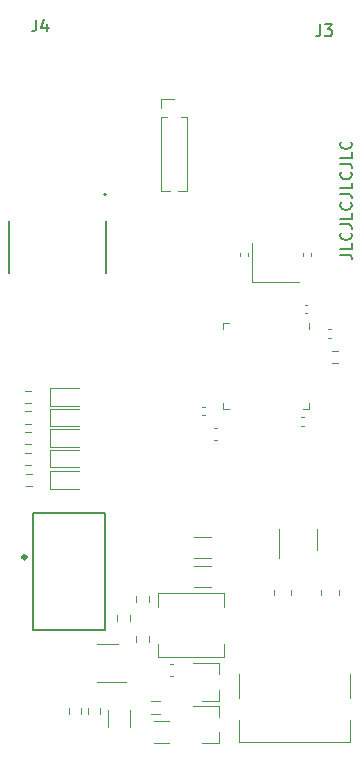
<source format=gbr>
%TF.GenerationSoftware,KiCad,Pcbnew,(5.1.10)-1*%
%TF.CreationDate,2021-05-11T23:47:16-07:00*%
%TF.ProjectId,LinkMeBaby,4c696e6b-4d65-4426-9162-792e6b696361,rev?*%
%TF.SameCoordinates,Original*%
%TF.FileFunction,Legend,Top*%
%TF.FilePolarity,Positive*%
%FSLAX46Y46*%
G04 Gerber Fmt 4.6, Leading zero omitted, Abs format (unit mm)*
G04 Created by KiCad (PCBNEW (5.1.10)-1) date 2021-05-11 23:47:16*
%MOMM*%
%LPD*%
G01*
G04 APERTURE LIST*
%ADD10C,0.150000*%
%ADD11C,0.127000*%
%ADD12C,0.200000*%
%ADD13C,0.120000*%
%ADD14C,0.300000*%
G04 APERTURE END LIST*
D10*
X48302380Y-55944047D02*
X49016666Y-55944047D01*
X49159523Y-55991666D01*
X49254761Y-56086904D01*
X49302380Y-56229761D01*
X49302380Y-56325000D01*
X49302380Y-54991666D02*
X49302380Y-55467857D01*
X48302380Y-55467857D01*
X49207142Y-54086904D02*
X49254761Y-54134523D01*
X49302380Y-54277380D01*
X49302380Y-54372619D01*
X49254761Y-54515476D01*
X49159523Y-54610714D01*
X49064285Y-54658333D01*
X48873809Y-54705952D01*
X48730952Y-54705952D01*
X48540476Y-54658333D01*
X48445238Y-54610714D01*
X48350000Y-54515476D01*
X48302380Y-54372619D01*
X48302380Y-54277380D01*
X48350000Y-54134523D01*
X48397619Y-54086904D01*
X48302380Y-53372619D02*
X49016666Y-53372619D01*
X49159523Y-53420238D01*
X49254761Y-53515476D01*
X49302380Y-53658333D01*
X49302380Y-53753571D01*
X49302380Y-52420238D02*
X49302380Y-52896428D01*
X48302380Y-52896428D01*
X49207142Y-51515476D02*
X49254761Y-51563095D01*
X49302380Y-51705952D01*
X49302380Y-51801190D01*
X49254761Y-51944047D01*
X49159523Y-52039285D01*
X49064285Y-52086904D01*
X48873809Y-52134523D01*
X48730952Y-52134523D01*
X48540476Y-52086904D01*
X48445238Y-52039285D01*
X48350000Y-51944047D01*
X48302380Y-51801190D01*
X48302380Y-51705952D01*
X48350000Y-51563095D01*
X48397619Y-51515476D01*
X48302380Y-50801190D02*
X49016666Y-50801190D01*
X49159523Y-50848809D01*
X49254761Y-50944047D01*
X49302380Y-51086904D01*
X49302380Y-51182142D01*
X49302380Y-49848809D02*
X49302380Y-50325000D01*
X48302380Y-50325000D01*
X49207142Y-48944047D02*
X49254761Y-48991666D01*
X49302380Y-49134523D01*
X49302380Y-49229761D01*
X49254761Y-49372619D01*
X49159523Y-49467857D01*
X49064285Y-49515476D01*
X48873809Y-49563095D01*
X48730952Y-49563095D01*
X48540476Y-49515476D01*
X48445238Y-49467857D01*
X48350000Y-49372619D01*
X48302380Y-49229761D01*
X48302380Y-49134523D01*
X48350000Y-48991666D01*
X48397619Y-48944047D01*
X48302380Y-48229761D02*
X49016666Y-48229761D01*
X49159523Y-48277380D01*
X49254761Y-48372619D01*
X49302380Y-48515476D01*
X49302380Y-48610714D01*
X49302380Y-47277380D02*
X49302380Y-47753571D01*
X48302380Y-47753571D01*
X49207142Y-46372619D02*
X49254761Y-46420238D01*
X49302380Y-46563095D01*
X49302380Y-46658333D01*
X49254761Y-46801190D01*
X49159523Y-46896428D01*
X49064285Y-46944047D01*
X48873809Y-46991666D01*
X48730952Y-46991666D01*
X48540476Y-46944047D01*
X48445238Y-46896428D01*
X48350000Y-46801190D01*
X48302380Y-46658333D01*
X48302380Y-46563095D01*
X48350000Y-46420238D01*
X48397619Y-46372619D01*
D11*
%TO.C,U1*%
X20300000Y-53100000D02*
X20300000Y-57500000D01*
X28500000Y-53100000D02*
X28500000Y-57500000D01*
D12*
X28485000Y-50860000D02*
G75*
G03*
X28485000Y-50860000I-100000J0D01*
G01*
D13*
%TO.C,C3*%
X37865580Y-71660000D02*
X37584420Y-71660000D01*
X37865580Y-70640000D02*
X37584420Y-70640000D01*
%TO.C,C4*%
X47284165Y-62985000D02*
X47515835Y-62985000D01*
X47284165Y-62265000D02*
X47515835Y-62265000D01*
%TO.C,C5*%
X35938748Y-82290000D02*
X37361252Y-82290000D01*
X35938748Y-84110000D02*
X37361252Y-84110000D01*
%TO.C,C6*%
X45265835Y-69715000D02*
X45034165Y-69715000D01*
X45265835Y-70435000D02*
X45034165Y-70435000D01*
%TO.C,C7*%
X28665000Y-94513748D02*
X28665000Y-95936252D01*
X30485000Y-94513748D02*
X30485000Y-95936252D01*
%TO.C,C8*%
X39815000Y-56065835D02*
X39815000Y-55834165D01*
X40535000Y-56065835D02*
X40535000Y-55834165D01*
%TO.C,C9*%
X35938748Y-81660000D02*
X37361252Y-81660000D01*
X35938748Y-79840000D02*
X37361252Y-79840000D01*
%TO.C,C10*%
X45309165Y-60190000D02*
X45540835Y-60190000D01*
X45309165Y-60910000D02*
X45540835Y-60910000D01*
%TO.C,C11*%
X36840835Y-68840000D02*
X36609165Y-68840000D01*
X36840835Y-69560000D02*
X36609165Y-69560000D01*
%TO.C,C12*%
X45140000Y-55834165D02*
X45140000Y-56065835D01*
X45860000Y-55834165D02*
X45860000Y-56065835D01*
%TO.C,C16*%
X33859420Y-91635000D02*
X34140580Y-91635000D01*
X33859420Y-90615000D02*
X34140580Y-90615000D01*
%TO.C,D1*%
X23740000Y-70460000D02*
X26200000Y-70460000D01*
X23740000Y-68990000D02*
X23740000Y-70460000D01*
X26200000Y-68990000D02*
X23740000Y-68990000D01*
%TO.C,D2*%
X26200000Y-70740000D02*
X23740000Y-70740000D01*
X23740000Y-70740000D02*
X23740000Y-72210000D01*
X23740000Y-72210000D02*
X26200000Y-72210000D01*
%TO.C,D3*%
X26200000Y-72490000D02*
X23740000Y-72490000D01*
X23740000Y-72490000D02*
X23740000Y-73960000D01*
X23740000Y-73960000D02*
X26200000Y-73960000D01*
%TO.C,D4*%
X23740000Y-68735000D02*
X26200000Y-68735000D01*
X23740000Y-67265000D02*
X23740000Y-68735000D01*
X26200000Y-67265000D02*
X23740000Y-67265000D01*
%TO.C,D5*%
X38035000Y-97305000D02*
X36575000Y-97305000D01*
X38035000Y-94145000D02*
X35875000Y-94145000D01*
X38035000Y-94145000D02*
X38035000Y-95075000D01*
X38035000Y-97305000D02*
X38035000Y-96375000D01*
%TO.C,D6*%
X38035000Y-93705000D02*
X38035000Y-92775000D01*
X38035000Y-90545000D02*
X38035000Y-91475000D01*
X38035000Y-90545000D02*
X35875000Y-90545000D01*
X38035000Y-93705000D02*
X36575000Y-93705000D01*
%TO.C,D7*%
X23765000Y-75760000D02*
X26225000Y-75760000D01*
X23765000Y-74290000D02*
X23765000Y-75760000D01*
X26225000Y-74290000D02*
X23765000Y-74290000D01*
%TO.C,F1*%
X33777064Y-95465000D02*
X32572936Y-95465000D01*
X33777064Y-97285000D02*
X32572936Y-97285000D01*
%TO.C,FB1*%
X33049622Y-93740000D02*
X32250378Y-93740000D01*
X33049622Y-94860000D02*
X32250378Y-94860000D01*
%TO.C,J1*%
X39750000Y-97250000D02*
X49150000Y-97250000D01*
X49150000Y-91450000D02*
X49150000Y-93450000D01*
X49150000Y-95350000D02*
X49150000Y-97250000D01*
X39750000Y-91450000D02*
X39750000Y-93450000D01*
X39750000Y-95350000D02*
X39750000Y-97250000D01*
%TO.C,J2*%
X33140000Y-42740000D02*
X34250000Y-42740000D01*
X33140000Y-43500000D02*
X33140000Y-42740000D01*
X34813471Y-44260000D02*
X35360000Y-44260000D01*
X33140000Y-44260000D02*
X33686529Y-44260000D01*
X35360000Y-44260000D02*
X35360000Y-50545000D01*
X33140000Y-44260000D02*
X33140000Y-50545000D01*
X34557530Y-50545000D02*
X35360000Y-50545000D01*
X33140000Y-50545000D02*
X33942470Y-50545000D01*
D14*
%TO.C,J5*%
X21725000Y-81550000D02*
G75*
G03*
X21725000Y-81550000I-150000J0D01*
G01*
D11*
X28373000Y-87753000D02*
X28373000Y-77847000D01*
X22277000Y-87753000D02*
X28373000Y-87753000D01*
X22277000Y-77847000D02*
X22277000Y-87753000D01*
X28373000Y-77847000D02*
X22277000Y-77847000D01*
D13*
%TO.C,L1*%
X32900000Y-84625000D02*
X32900000Y-85775000D01*
X32900000Y-90025000D02*
X32900000Y-88875000D01*
X38500000Y-84625000D02*
X38500000Y-85775000D01*
X38500000Y-90025000D02*
X38500000Y-88875000D01*
X38500000Y-84625000D02*
X32900000Y-84625000D01*
X38500000Y-90025000D02*
X32900000Y-90025000D01*
%TO.C,R1*%
X44185000Y-84777064D02*
X44185000Y-84322936D01*
X42715000Y-84777064D02*
X42715000Y-84322936D01*
%TO.C,R2*%
X46715000Y-84777064D02*
X46715000Y-84322936D01*
X48185000Y-84777064D02*
X48185000Y-84322936D01*
%TO.C,R3*%
X21645276Y-69202500D02*
X22154724Y-69202500D01*
X21645276Y-70247500D02*
X22154724Y-70247500D01*
%TO.C,R4*%
X21645276Y-71997500D02*
X22154724Y-71997500D01*
X21645276Y-70952500D02*
X22154724Y-70952500D01*
%TO.C,R5*%
X47620276Y-64077500D02*
X48129724Y-64077500D01*
X47620276Y-65122500D02*
X48129724Y-65122500D01*
%TO.C,R6*%
X21645276Y-72702500D02*
X22154724Y-72702500D01*
X21645276Y-73747500D02*
X22154724Y-73747500D01*
%TO.C,R7*%
X21645276Y-68522500D02*
X22154724Y-68522500D01*
X21645276Y-67477500D02*
X22154724Y-67477500D01*
%TO.C,R8*%
X31052500Y-84870276D02*
X31052500Y-85379724D01*
X32097500Y-84870276D02*
X32097500Y-85379724D01*
%TO.C,R9*%
X30472500Y-86445276D02*
X30472500Y-86954724D01*
X29427500Y-86445276D02*
X29427500Y-86954724D01*
%TO.C,R10*%
X31052500Y-88270276D02*
X31052500Y-88779724D01*
X32097500Y-88270276D02*
X32097500Y-88779724D01*
%TO.C,R12*%
X25352500Y-94320276D02*
X25352500Y-94829724D01*
X26397500Y-94320276D02*
X26397500Y-94829724D01*
%TO.C,R13*%
X27972500Y-94320276D02*
X27972500Y-94829724D01*
X26927500Y-94320276D02*
X26927500Y-94829724D01*
%TO.C,R14*%
X22179724Y-74502500D02*
X21670276Y-74502500D01*
X22179724Y-75547500D02*
X21670276Y-75547500D01*
%TO.C,U2*%
X43090000Y-79150000D02*
X43090000Y-81600000D01*
X46310000Y-80950000D02*
X46310000Y-79150000D01*
%TO.C,U4*%
X29525000Y-88915000D02*
X27725000Y-88915000D01*
X27725000Y-92135000D02*
X30175000Y-92135000D01*
%TO.C,Y1*%
X40825000Y-58225000D02*
X44825000Y-58225000D01*
X40825000Y-54925000D02*
X40825000Y-58225000D01*
%TO.C,U3*%
X45635000Y-68510000D02*
X45635000Y-68985000D01*
X45635000Y-68985000D02*
X45160000Y-68985000D01*
X38415000Y-62240000D02*
X38415000Y-61765000D01*
X38415000Y-61765000D02*
X38890000Y-61765000D01*
X38415000Y-68510000D02*
X38415000Y-68985000D01*
X38415000Y-68985000D02*
X38890000Y-68985000D01*
X45635000Y-62240000D02*
X45635000Y-61765000D01*
%TO.C,J3*%
D10*
X46616666Y-36452380D02*
X46616666Y-37166666D01*
X46569047Y-37309523D01*
X46473809Y-37404761D01*
X46330952Y-37452380D01*
X46235714Y-37452380D01*
X46997619Y-36452380D02*
X47616666Y-36452380D01*
X47283333Y-36833333D01*
X47426190Y-36833333D01*
X47521428Y-36880952D01*
X47569047Y-36928571D01*
X47616666Y-37023809D01*
X47616666Y-37261904D01*
X47569047Y-37357142D01*
X47521428Y-37404761D01*
X47426190Y-37452380D01*
X47140476Y-37452380D01*
X47045238Y-37404761D01*
X46997619Y-37357142D01*
%TO.C,J4*%
X22566666Y-36052380D02*
X22566666Y-36766666D01*
X22519047Y-36909523D01*
X22423809Y-37004761D01*
X22280952Y-37052380D01*
X22185714Y-37052380D01*
X23471428Y-36385714D02*
X23471428Y-37052380D01*
X23233333Y-36004761D02*
X22995238Y-36719047D01*
X23614285Y-36719047D01*
%TD*%
M02*

</source>
